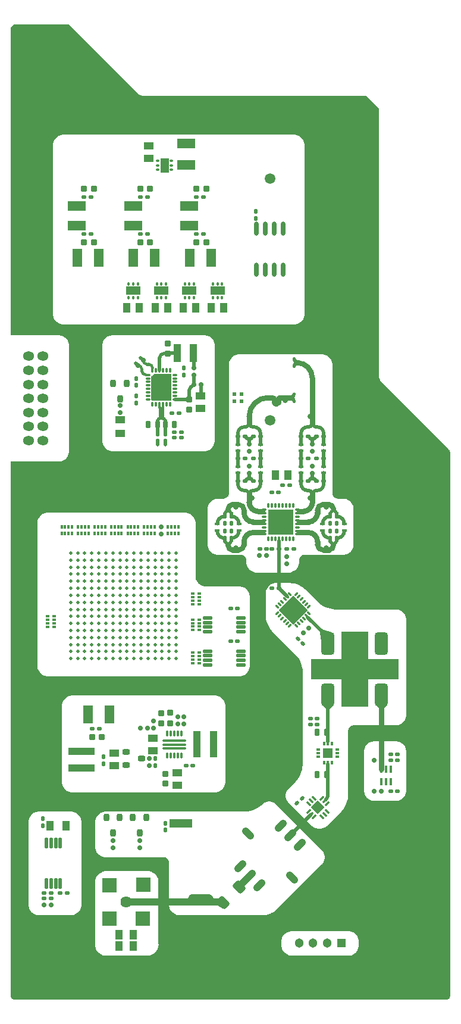
<source format=gts>
G04*
G04 #@! TF.GenerationSoftware,Altium Limited,Altium Designer,21.7.2 (23)*
G04*
G04 Layer_Color=8388736*
%FSLAX43Y43*%
%MOMM*%
G71*
G04*
G04 #@! TF.SameCoordinates,8EE3E7A9-439F-4166-B7BB-5AAA8F906105*
G04*
G04*
G04 #@! TF.FilePolarity,Negative*
G04*
G01*
G75*
%ADD17C,0.300*%
G04:AMPARAMS|DCode=57|XSize=1mm|YSize=0.376mm|CornerRadius=0.094mm|HoleSize=0mm|Usage=FLASHONLY|Rotation=90.000|XOffset=0mm|YOffset=0mm|HoleType=Round|Shape=RoundedRectangle|*
%AMROUNDEDRECTD57*
21,1,1.000,0.188,0,0,90.0*
21,1,0.812,0.376,0,0,90.0*
1,1,0.188,0.094,0.406*
1,1,0.188,0.094,-0.406*
1,1,0.188,-0.094,-0.406*
1,1,0.188,-0.094,0.406*
%
%ADD57ROUNDEDRECTD57*%
%ADD74C,0.800*%
%ADD75C,0.550*%
%ADD76C,0.500*%
%ADD77C,0.140*%
%ADD78C,0.400*%
%ADD79C,0.770*%
%ADD80C,1.000*%
G04:AMPARAMS|DCode=81|XSize=0.52mm|YSize=0.62mm|CornerRadius=0.135mm|HoleSize=0mm|Usage=FLASHONLY|Rotation=0.000|XOffset=0mm|YOffset=0mm|HoleType=Round|Shape=RoundedRectangle|*
%AMROUNDEDRECTD81*
21,1,0.520,0.350,0,0,0.0*
21,1,0.250,0.620,0,0,0.0*
1,1,0.270,0.125,-0.175*
1,1,0.270,-0.125,-0.175*
1,1,0.270,-0.125,0.175*
1,1,0.270,0.125,0.175*
%
%ADD81ROUNDEDRECTD81*%
G04:AMPARAMS|DCode=82|XSize=0.38mm|YSize=0.68mm|CornerRadius=0.1mm|HoleSize=0mm|Usage=FLASHONLY|Rotation=90.000|XOffset=0mm|YOffset=0mm|HoleType=Round|Shape=RoundedRectangle|*
%AMROUNDEDRECTD82*
21,1,0.380,0.480,0,0,90.0*
21,1,0.180,0.680,0,0,90.0*
1,1,0.200,0.240,0.090*
1,1,0.200,0.240,-0.090*
1,1,0.200,-0.240,-0.090*
1,1,0.200,-0.240,0.090*
%
%ADD82ROUNDEDRECTD82*%
G04:AMPARAMS|DCode=83|XSize=0.52mm|YSize=0.62mm|CornerRadius=0.135mm|HoleSize=0mm|Usage=FLASHONLY|Rotation=90.000|XOffset=0mm|YOffset=0mm|HoleType=Round|Shape=RoundedRectangle|*
%AMROUNDEDRECTD83*
21,1,0.520,0.350,0,0,90.0*
21,1,0.250,0.620,0,0,90.0*
1,1,0.270,0.175,0.125*
1,1,0.270,0.175,-0.125*
1,1,0.270,-0.175,-0.125*
1,1,0.270,-0.175,0.125*
%
%ADD83ROUNDEDRECTD83*%
%ADD84C,1.620*%
%ADD85R,2.020X2.020*%
%ADD86R,1.070X1.320*%
G04:AMPARAMS|DCode=87|XSize=0.63mm|YSize=0.62mm|CornerRadius=0.16mm|HoleSize=0mm|Usage=FLASHONLY|Rotation=180.000|XOffset=0mm|YOffset=0mm|HoleType=Round|Shape=RoundedRectangle|*
%AMROUNDEDRECTD87*
21,1,0.630,0.300,0,0,180.0*
21,1,0.310,0.620,0,0,180.0*
1,1,0.320,-0.155,0.150*
1,1,0.320,0.155,0.150*
1,1,0.320,0.155,-0.150*
1,1,0.320,-0.155,-0.150*
%
%ADD87ROUNDEDRECTD87*%
G04:AMPARAMS|DCode=88|XSize=0.82mm|YSize=1.02mm|CornerRadius=0.21mm|HoleSize=0mm|Usage=FLASHONLY|Rotation=0.000|XOffset=0mm|YOffset=0mm|HoleType=Round|Shape=RoundedRectangle|*
%AMROUNDEDRECTD88*
21,1,0.820,0.600,0,0,0.0*
21,1,0.400,1.020,0,0,0.0*
1,1,0.420,0.200,-0.300*
1,1,0.420,-0.200,-0.300*
1,1,0.420,-0.200,0.300*
1,1,0.420,0.200,0.300*
%
%ADD88ROUNDEDRECTD88*%
%ADD89R,0.620X0.520*%
%ADD90O,1.420X0.520*%
%ADD91C,0.470*%
G04:AMPARAMS|DCode=92|XSize=0.395mm|YSize=0.57mm|CornerRadius=0.104mm|HoleSize=0mm|Usage=FLASHONLY|Rotation=270.000|XOffset=0mm|YOffset=0mm|HoleType=Round|Shape=RoundedRectangle|*
%AMROUNDEDRECTD92*
21,1,0.395,0.363,0,0,270.0*
21,1,0.188,0.570,0,0,270.0*
1,1,0.207,-0.181,-0.094*
1,1,0.207,-0.181,0.094*
1,1,0.207,0.181,0.094*
1,1,0.207,0.181,-0.094*
%
%ADD92ROUNDEDRECTD92*%
G04:AMPARAMS|DCode=93|XSize=0.395mm|YSize=0.57mm|CornerRadius=0.104mm|HoleSize=0mm|Usage=FLASHONLY|Rotation=0.000|XOffset=0mm|YOffset=0mm|HoleType=Round|Shape=RoundedRectangle|*
%AMROUNDEDRECTD93*
21,1,0.395,0.363,0,0,0.0*
21,1,0.188,0.570,0,0,0.0*
1,1,0.207,0.094,-0.181*
1,1,0.207,-0.094,-0.181*
1,1,0.207,-0.094,0.181*
1,1,0.207,0.094,0.181*
%
%ADD93ROUNDEDRECTD93*%
G04:AMPARAMS|DCode=94|XSize=0.66mm|YSize=1.04mm|CornerRadius=0.17mm|HoleSize=0mm|Usage=FLASHONLY|Rotation=180.000|XOffset=0mm|YOffset=0mm|HoleType=Round|Shape=RoundedRectangle|*
%AMROUNDEDRECTD94*
21,1,0.660,0.700,0,0,180.0*
21,1,0.320,1.040,0,0,180.0*
1,1,0.340,-0.160,0.350*
1,1,0.340,0.160,0.350*
1,1,0.340,0.160,-0.350*
1,1,0.340,-0.160,-0.350*
%
%ADD94ROUNDEDRECTD94*%
%ADD95R,3.678X3.246*%
G04:AMPARAMS|DCode=96|XSize=1.9mm|YSize=3.246mm|CornerRadius=0.48mm|HoleSize=0mm|Usage=FLASHONLY|Rotation=180.000|XOffset=0mm|YOffset=0mm|HoleType=Round|Shape=RoundedRectangle|*
%AMROUNDEDRECTD96*
21,1,1.900,2.286,0,0,180.0*
21,1,0.940,3.246,0,0,180.0*
1,1,0.960,-0.470,1.143*
1,1,0.960,0.470,1.143*
1,1,0.960,0.470,-1.143*
1,1,0.960,-0.470,-1.143*
%
%ADD96ROUNDEDRECTD96*%
%ADD97R,1.420X1.120*%
%ADD98R,1.000X3.720*%
G04:AMPARAMS|DCode=99|XSize=0.92mm|YSize=0.82mm|CornerRadius=0.21mm|HoleSize=0mm|Usage=FLASHONLY|Rotation=0.000|XOffset=0mm|YOffset=0mm|HoleType=Round|Shape=RoundedRectangle|*
%AMROUNDEDRECTD99*
21,1,0.920,0.400,0,0,0.0*
21,1,0.500,0.820,0,0,0.0*
1,1,0.420,0.250,-0.200*
1,1,0.420,-0.250,-0.200*
1,1,0.420,-0.250,0.200*
1,1,0.420,0.250,0.200*
%
%ADD99ROUNDEDRECTD99*%
%ADD100R,1.420X2.620*%
%ADD101R,3.720X1.000*%
G04:AMPARAMS|DCode=102|XSize=0.63mm|YSize=0.62mm|CornerRadius=0.16mm|HoleSize=0mm|Usage=FLASHONLY|Rotation=270.000|XOffset=0mm|YOffset=0mm|HoleType=Round|Shape=RoundedRectangle|*
%AMROUNDEDRECTD102*
21,1,0.630,0.300,0,0,270.0*
21,1,0.310,0.620,0,0,270.0*
1,1,0.320,-0.150,-0.155*
1,1,0.320,-0.150,0.155*
1,1,0.320,0.150,0.155*
1,1,0.320,0.150,-0.155*
%
%ADD102ROUNDEDRECTD102*%
G04:AMPARAMS|DCode=103|XSize=0.27mm|YSize=0.82mm|CornerRadius=0.072mm|HoleSize=0mm|Usage=FLASHONLY|Rotation=0.000|XOffset=0mm|YOffset=0mm|HoleType=Round|Shape=RoundedRectangle|*
%AMROUNDEDRECTD103*
21,1,0.270,0.675,0,0,0.0*
21,1,0.125,0.820,0,0,0.0*
1,1,0.145,0.063,-0.338*
1,1,0.145,-0.063,-0.338*
1,1,0.145,-0.063,0.338*
1,1,0.145,0.063,0.338*
%
%ADD103ROUNDEDRECTD103*%
G04:AMPARAMS|DCode=104|XSize=0.27mm|YSize=3.42mm|CornerRadius=0.072mm|HoleSize=0mm|Usage=FLASHONLY|Rotation=90.000|XOffset=0mm|YOffset=0mm|HoleType=Round|Shape=RoundedRectangle|*
%AMROUNDEDRECTD104*
21,1,0.270,3.275,0,0,90.0*
21,1,0.125,3.420,0,0,90.0*
1,1,0.145,1.638,0.063*
1,1,0.145,1.638,-0.063*
1,1,0.145,-1.638,-0.063*
1,1,0.145,-1.638,0.063*
%
%ADD104ROUNDEDRECTD104*%
G04:AMPARAMS|DCode=105|XSize=0.92mm|YSize=0.82mm|CornerRadius=0.21mm|HoleSize=0mm|Usage=FLASHONLY|Rotation=270.000|XOffset=0mm|YOffset=0mm|HoleType=Round|Shape=RoundedRectangle|*
%AMROUNDEDRECTD105*
21,1,0.920,0.400,0,0,270.0*
21,1,0.500,0.820,0,0,270.0*
1,1,0.420,-0.200,-0.250*
1,1,0.420,-0.200,0.250*
1,1,0.420,0.200,0.250*
1,1,0.420,0.200,-0.250*
%
%ADD105ROUNDEDRECTD105*%
G04:AMPARAMS|DCode=106|XSize=0.82mm|YSize=1.02mm|CornerRadius=0.21mm|HoleSize=0mm|Usage=FLASHONLY|Rotation=90.000|XOffset=0mm|YOffset=0mm|HoleType=Round|Shape=RoundedRectangle|*
%AMROUNDEDRECTD106*
21,1,0.820,0.600,0,0,90.0*
21,1,0.400,1.020,0,0,90.0*
1,1,0.420,0.300,0.200*
1,1,0.420,0.300,-0.200*
1,1,0.420,-0.300,-0.200*
1,1,0.420,-0.300,0.200*
%
%ADD106ROUNDEDRECTD106*%
%ADD107O,0.270X0.770*%
%ADD108O,0.770X0.270*%
G04:AMPARAMS|DCode=109|XSize=0.47mm|YSize=0.32mm|CornerRadius=0.048mm|HoleSize=0mm|Usage=FLASHONLY|Rotation=0.000|XOffset=0mm|YOffset=0mm|HoleType=Round|Shape=RoundedRectangle|*
%AMROUNDEDRECTD109*
21,1,0.470,0.225,0,0,0.0*
21,1,0.375,0.320,0,0,0.0*
1,1,0.095,0.188,-0.113*
1,1,0.095,-0.188,-0.113*
1,1,0.095,-0.188,0.113*
1,1,0.095,0.188,0.113*
%
%ADD109ROUNDEDRECTD109*%
%ADD110R,2.620X1.420*%
%ADD111O,0.270X0.720*%
%ADD112O,0.720X0.270*%
G04:AMPARAMS|DCode=113|XSize=0.27mm|YSize=0.57mm|CornerRadius=0.072mm|HoleSize=0mm|Usage=FLASHONLY|Rotation=180.000|XOffset=0mm|YOffset=0mm|HoleType=Round|Shape=RoundedRectangle|*
%AMROUNDEDRECTD113*
21,1,0.270,0.425,0,0,180.0*
21,1,0.125,0.570,0,0,180.0*
1,1,0.145,-0.063,0.213*
1,1,0.145,0.063,0.213*
1,1,0.145,0.063,-0.213*
1,1,0.145,-0.063,-0.213*
%
%ADD113ROUNDEDRECTD113*%
G04:AMPARAMS|DCode=114|XSize=0.27mm|YSize=0.57mm|CornerRadius=0.072mm|HoleSize=0mm|Usage=FLASHONLY|Rotation=90.000|XOffset=0mm|YOffset=0mm|HoleType=Round|Shape=RoundedRectangle|*
%AMROUNDEDRECTD114*
21,1,0.270,0.425,0,0,90.0*
21,1,0.125,0.570,0,0,90.0*
1,1,0.145,0.213,0.063*
1,1,0.145,0.213,-0.063*
1,1,0.145,-0.213,-0.063*
1,1,0.145,-0.213,0.063*
%
%ADD114ROUNDEDRECTD114*%
G04:AMPARAMS|DCode=115|XSize=1.04mm|YSize=2.02mm|CornerRadius=0mm|HoleSize=0mm|Usage=FLASHONLY|Rotation=315.000|XOffset=0mm|YOffset=0mm|HoleType=Round|Shape=Round|*
%AMOVALD115*
21,1,0.980,1.040,0.000,0.000,45.0*
1,1,1.040,-0.346,-0.346*
1,1,1.040,0.346,0.346*
%
%ADD115OVALD115*%

G04:AMPARAMS|DCode=116|XSize=1.04mm|YSize=2.02mm|CornerRadius=0mm|HoleSize=0mm|Usage=FLASHONLY|Rotation=45.000|XOffset=0mm|YOffset=0mm|HoleType=Round|Shape=Round|*
%AMOVALD116*
21,1,0.980,1.040,0.000,0.000,135.0*
1,1,1.040,0.346,-0.346*
1,1,1.040,-0.346,0.346*
%
%ADD116OVALD116*%

%ADD117R,1.320X1.070*%
%ADD118O,0.620X2.020*%
G04:AMPARAMS|DCode=119|XSize=0.47mm|YSize=0.32mm|CornerRadius=0.048mm|HoleSize=0mm|Usage=FLASHONLY|Rotation=90.000|XOffset=0mm|YOffset=0mm|HoleType=Round|Shape=RoundedRectangle|*
%AMROUNDEDRECTD119*
21,1,0.470,0.225,0,0,90.0*
21,1,0.375,0.320,0,0,90.0*
1,1,0.095,0.113,0.188*
1,1,0.095,0.113,-0.188*
1,1,0.095,-0.113,-0.188*
1,1,0.095,-0.113,0.188*
%
%ADD119ROUNDEDRECTD119*%
G04:AMPARAMS|DCode=120|XSize=0.63mm|YSize=0.62mm|CornerRadius=0.16mm|HoleSize=0mm|Usage=FLASHONLY|Rotation=315.000|XOffset=0mm|YOffset=0mm|HoleType=Round|Shape=RoundedRectangle|*
%AMROUNDEDRECTD120*
21,1,0.630,0.300,0,0,315.0*
21,1,0.310,0.620,0,0,315.0*
1,1,0.320,0.003,-0.216*
1,1,0.320,-0.216,0.003*
1,1,0.320,-0.003,0.216*
1,1,0.320,0.216,-0.003*
%
%ADD120ROUNDEDRECTD120*%
%ADD121R,1.040X2.560*%
%ADD122R,1.120X1.420*%
G04:AMPARAMS|DCode=123|XSize=0.32mm|YSize=0.72mm|CornerRadius=0mm|HoleSize=0mm|Usage=FLASHONLY|Rotation=225.000|XOffset=0mm|YOffset=0mm|HoleType=Round|Shape=Round|*
%AMOVALD123*
21,1,0.400,0.320,0.000,0.000,315.0*
1,1,0.320,-0.141,0.141*
1,1,0.320,0.141,-0.141*
%
%ADD123OVALD123*%

G04:AMPARAMS|DCode=124|XSize=0.32mm|YSize=0.72mm|CornerRadius=0mm|HoleSize=0mm|Usage=FLASHONLY|Rotation=135.000|XOffset=0mm|YOffset=0mm|HoleType=Round|Shape=Round|*
%AMOVALD124*
21,1,0.400,0.320,0.000,0.000,225.0*
1,1,0.320,0.141,0.141*
1,1,0.320,-0.141,-0.141*
%
%ADD124OVALD124*%

G04:AMPARAMS|DCode=125|XSize=0.52mm|YSize=0.62mm|CornerRadius=0.135mm|HoleSize=0mm|Usage=FLASHONLY|Rotation=135.000|XOffset=0mm|YOffset=0mm|HoleType=Round|Shape=RoundedRectangle|*
%AMROUNDEDRECTD125*
21,1,0.520,0.350,0,0,135.0*
21,1,0.250,0.620,0,0,135.0*
1,1,0.270,0.035,0.212*
1,1,0.270,0.212,0.035*
1,1,0.270,-0.035,-0.212*
1,1,0.270,-0.212,-0.035*
%
%ADD125ROUNDEDRECTD125*%
G04:AMPARAMS|DCode=126|XSize=0.52mm|YSize=0.62mm|CornerRadius=0.135mm|HoleSize=0mm|Usage=FLASHONLY|Rotation=225.000|XOffset=0mm|YOffset=0mm|HoleType=Round|Shape=RoundedRectangle|*
%AMROUNDEDRECTD126*
21,1,0.520,0.350,0,0,225.0*
21,1,0.250,0.620,0,0,225.0*
1,1,0.270,-0.212,0.035*
1,1,0.270,-0.035,0.212*
1,1,0.270,0.212,-0.035*
1,1,0.270,0.035,-0.212*
%
%ADD126ROUNDEDRECTD126*%
G04:AMPARAMS|DCode=127|XSize=0.77mm|YSize=0.3mm|CornerRadius=0.08mm|HoleSize=0mm|Usage=FLASHONLY|Rotation=135.000|XOffset=0mm|YOffset=0mm|HoleType=Round|Shape=RoundedRectangle|*
%AMROUNDEDRECTD127*
21,1,0.770,0.140,0,0,135.0*
21,1,0.610,0.300,0,0,135.0*
1,1,0.160,-0.166,0.265*
1,1,0.160,0.265,-0.166*
1,1,0.160,0.166,-0.265*
1,1,0.160,-0.265,0.166*
%
%ADD127ROUNDEDRECTD127*%
G04:AMPARAMS|DCode=128|XSize=0.77mm|YSize=0.3mm|CornerRadius=0.08mm|HoleSize=0mm|Usage=FLASHONLY|Rotation=45.000|XOffset=0mm|YOffset=0mm|HoleType=Round|Shape=RoundedRectangle|*
%AMROUNDEDRECTD128*
21,1,0.770,0.140,0,0,45.0*
21,1,0.610,0.300,0,0,45.0*
1,1,0.160,0.265,0.166*
1,1,0.160,-0.166,-0.265*
1,1,0.160,-0.265,-0.166*
1,1,0.160,0.166,0.265*
%
%ADD128ROUNDEDRECTD128*%
G04:AMPARAMS|DCode=129|XSize=1.27mm|YSize=1.72mm|CornerRadius=0.323mm|HoleSize=0mm|Usage=FLASHONLY|Rotation=45.000|XOffset=0mm|YOffset=0mm|HoleType=Round|Shape=RoundedRectangle|*
%AMROUNDEDRECTD129*
21,1,1.270,1.075,0,0,45.0*
21,1,0.625,1.720,0,0,45.0*
1,1,0.645,0.601,-0.159*
1,1,0.645,0.159,-0.601*
1,1,0.645,-0.601,0.159*
1,1,0.645,-0.159,0.601*
%
%ADD129ROUNDEDRECTD129*%
G04:AMPARAMS|DCode=130|XSize=0.47mm|YSize=1.52mm|CornerRadius=0.123mm|HoleSize=0mm|Usage=FLASHONLY|Rotation=0.000|XOffset=0mm|YOffset=0mm|HoleType=Round|Shape=RoundedRectangle|*
%AMROUNDEDRECTD130*
21,1,0.470,1.275,0,0,0.0*
21,1,0.225,1.520,0,0,0.0*
1,1,0.245,0.113,-0.638*
1,1,0.245,-0.113,-0.638*
1,1,0.245,-0.113,0.638*
1,1,0.245,0.113,0.638*
%
%ADD130ROUNDEDRECTD130*%
%ADD131R,3.320X1.290*%
G04:AMPARAMS|DCode=132|XSize=3.32mm|YSize=1.29mm|CornerRadius=0.328mm|HoleSize=0mm|Usage=FLASHONLY|Rotation=0.000|XOffset=0mm|YOffset=0mm|HoleType=Round|Shape=RoundedRectangle|*
%AMROUNDEDRECTD132*
21,1,3.320,0.635,0,0,0.0*
21,1,2.665,1.290,0,0,0.0*
1,1,0.655,1.333,-0.318*
1,1,0.655,-1.333,-0.318*
1,1,0.655,-1.333,0.318*
1,1,0.655,1.333,0.318*
%
%ADD132ROUNDEDRECTD132*%
%ADD133C,4.220*%
%ADD134O,1.620X1.320*%
%ADD135R,3.653X3.653*%
%ADD136R,1.203X2.003*%
%ADD137C,1.302*%
%ADD138R,1.302X1.302*%
%ADD139O,0.703X1.703*%
%ADD140R,1.453X1.453*%
%ADD141C,6.020*%
%ADD142C,1.520*%
%ADD143R,2.003X1.203*%
%ADD144P,4.106X4X180.0*%
%ADD145P,1.914X4X180.0*%
G36*
X58650Y189184D02*
X58724Y189153D01*
X58820Y189079D01*
X58821Y189079D01*
X58821Y189079D01*
X58821Y189079D01*
X68488Y179412D01*
X68578Y179331D01*
X68779Y179196D01*
X69003Y179103D01*
X69241Y179056D01*
X69362Y179050D01*
X100859Y179050D01*
X100916Y179050D01*
X101029Y179028D01*
X101135Y178984D01*
X101174Y178957D01*
X101271Y178879D01*
X101271Y178879D01*
X101355Y178795D01*
X102644Y177506D01*
X102695Y177455D01*
X102774Y177337D01*
X102828Y177205D01*
X102847Y177111D01*
X102856Y176994D01*
Y176993D01*
X102856Y176993D01*
X102856Y176993D01*
Y139384D01*
X102858Y139234D01*
X102905Y138939D01*
X103008Y138658D01*
X103165Y138403D01*
X103261Y138289D01*
Y138289D01*
X103261Y138289D01*
X112879Y128671D01*
X112908Y128642D01*
X112953Y128575D01*
X112984Y128500D01*
X112985Y128496D01*
X113000Y128379D01*
Y128379D01*
X113000D01*
X113000Y128379D01*
X113000Y51100D01*
X113000Y50981D01*
X112909Y50760D01*
X112740Y50591D01*
X112519Y50500D01*
X112400Y50500D01*
X50941D01*
X50738Y50584D01*
X50584Y50738D01*
X50500Y50941D01*
Y51050D01*
Y127000D01*
X57250Y127000D01*
X57398Y127000D01*
X57688Y127057D01*
X57961Y127170D01*
X58207Y127334D01*
X58416Y127543D01*
X58580Y127789D01*
X58693Y128062D01*
X58750Y128352D01*
X58750Y128500D01*
X58750Y143500D01*
X58750Y143500D01*
X58750Y143500D01*
X58750Y143648D01*
X58693Y143938D01*
X58579Y144211D01*
X58415Y144456D01*
X58206Y144665D01*
X57961Y144829D01*
X57688Y144943D01*
X57398Y145000D01*
X57250Y145000D01*
X50500Y145000D01*
Y188600D01*
Y188719D01*
X50591Y188940D01*
X50760Y189109D01*
X50981Y189200D01*
X51100Y189200D01*
X51100Y189200D01*
X58529Y189200D01*
X58570Y189200D01*
X58650Y189184D01*
D02*
G37*
%LPC*%
G36*
X57852Y173500D02*
X57562Y173442D01*
X57289Y173329D01*
X57044Y173165D01*
X56835Y172956D01*
X56671Y172711D01*
X56558Y172438D01*
X56500Y172148D01*
X56500Y172000D01*
Y148000D01*
X56500Y147852D01*
X56558Y147562D01*
X56671Y147289D01*
X56835Y147044D01*
X57044Y146835D01*
X57289Y146671D01*
X57562Y146558D01*
X57852Y146500D01*
X58000Y146500D01*
X90898D01*
X91188Y146558D01*
X91460Y146671D01*
X91706Y146835D01*
X91915Y147044D01*
X92079Y147289D01*
X92192Y147562D01*
X92250Y147852D01*
X92250Y148000D01*
X92250Y148000D01*
X92250Y172000D01*
X92249Y172148D01*
X92191Y172437D01*
X92077Y172709D01*
X91913Y172954D01*
X91704Y173163D01*
X91459Y173327D01*
X91187Y173441D01*
X90898Y173499D01*
X90750Y173500D01*
X90750Y173500D01*
X90750Y173500D01*
X58000Y173500D01*
X57852Y173500D01*
D02*
G37*
G36*
X64852Y145000D02*
X64562Y144942D01*
X64289Y144829D01*
X64044Y144665D01*
X63835Y144456D01*
X63671Y144211D01*
X63558Y143938D01*
X63500Y143648D01*
X63500Y143500D01*
Y130000D01*
X63500Y129852D01*
X63557Y129562D01*
X63670Y129289D01*
X63834Y129043D01*
X64043Y128834D01*
X64289Y128670D01*
X64562Y128557D01*
X64852Y128500D01*
X65000Y128500D01*
X78000Y128500D01*
X78148Y128500D01*
X78438Y128558D01*
X78711Y128671D01*
X78956Y128835D01*
X79165Y129044D01*
X79329Y129289D01*
X79442Y129562D01*
X79500Y129852D01*
X79500Y130000D01*
X79500Y130000D01*
X79500Y143500D01*
X79500Y143648D01*
X79442Y143938D01*
X79329Y144211D01*
X79165Y144456D01*
X78956Y144665D01*
X78710Y144829D01*
X78438Y144942D01*
X78148Y145000D01*
X78000Y145000D01*
X78000Y145000D01*
X78000Y145000D01*
X65000Y145000D01*
X64852Y145000D01*
D02*
G37*
G36*
X82852Y142250D02*
X82562Y142193D01*
X82289Y142080D01*
X82043Y141916D01*
X81834Y141707D01*
X81670Y141461D01*
X81557Y141188D01*
X81500Y140898D01*
X81500Y140750D01*
X81500Y122500D01*
X81496Y122426D01*
X81468Y122282D01*
X81412Y122146D01*
X81330Y122024D01*
X81226Y121920D01*
X81104Y121838D01*
X80968Y121782D01*
X80872Y121763D01*
X80750Y121750D01*
X80750Y121750D01*
X80750Y121750D01*
X80000Y121750D01*
X79852Y121750D01*
X79562Y121693D01*
X79289Y121580D01*
X79043Y121416D01*
X78834Y121207D01*
X78670Y120961D01*
X78557Y120688D01*
X78500Y120398D01*
X78500Y120250D01*
X78500Y120250D01*
X78500Y120250D01*
X78500Y115250D01*
X78500Y115102D01*
X78557Y114812D01*
X78671Y114539D01*
X78835Y114294D01*
X79044Y114085D01*
X79289Y113921D01*
X79562Y113808D01*
X79852Y113750D01*
X80000Y113750D01*
X83250Y113750D01*
X83324Y113746D01*
X83468Y113718D01*
X83604Y113662D01*
X83726Y113580D01*
X83830Y113476D01*
X83912Y113354D01*
X83968Y113218D01*
X83988Y113117D01*
X84000Y113000D01*
X84000Y113000D01*
X84000D01*
X84000Y113000D01*
X84000Y112750D01*
X84000Y112602D01*
X84057Y112312D01*
X84171Y112039D01*
X84335Y111794D01*
X84544Y111585D01*
X84789Y111421D01*
X85062Y111307D01*
X85352Y111250D01*
X85500Y111250D01*
X90000D01*
X90148Y111250D01*
X90438Y111308D01*
X90711Y111421D01*
X90956Y111585D01*
X91165Y111794D01*
X91329Y112039D01*
X91442Y112312D01*
X91500Y112602D01*
X91500Y112750D01*
X91500Y112750D01*
Y113000D01*
X91504Y113074D01*
X91532Y113218D01*
X91589Y113354D01*
X91670Y113476D01*
X91774Y113580D01*
X91896Y113661D01*
X92032Y113718D01*
X92176Y113746D01*
X92250Y113750D01*
X92250Y113750D01*
X97750Y113750D01*
X97898Y113750D01*
X98188Y113808D01*
X98461Y113921D01*
X98706Y114085D01*
X98915Y114294D01*
X99079Y114539D01*
X99192Y114812D01*
X99250Y115102D01*
X99250Y115250D01*
X99250Y115250D01*
X99250Y120250D01*
X99250Y120398D01*
X99193Y120688D01*
X99080Y120961D01*
X98916Y121207D01*
X98707Y121416D01*
X98461Y121580D01*
X98188Y121693D01*
X97898Y121750D01*
X97750Y121750D01*
X97750Y121750D01*
X97750Y121750D01*
X97000Y121750D01*
X96926Y121754D01*
X96782Y121782D01*
X96646Y121838D01*
X96524Y121920D01*
X96420Y122024D01*
X96338Y122146D01*
X96282Y122282D01*
X96254Y122426D01*
X96250Y122500D01*
X96250Y140750D01*
X96250Y140898D01*
X96193Y141188D01*
X96080Y141461D01*
X95915Y141707D01*
X95707Y141915D01*
X95461Y142080D01*
X95188Y142193D01*
X94898Y142250D01*
X94750Y142250D01*
X94750Y142250D01*
X94750Y142250D01*
X83000Y142250D01*
X82852Y142250D01*
D02*
G37*
G36*
X90173Y109752D02*
X90000Y109750D01*
X90000Y109750D01*
X90000Y109750D01*
X88635D01*
X88250Y109750D01*
X88102Y109750D01*
X87812Y109692D01*
X87539Y109579D01*
X87294Y109415D01*
X87085Y109206D01*
X86921Y108961D01*
X86808Y108688D01*
X86750Y108398D01*
X86750Y108250D01*
X86750Y105250D01*
X86757Y105056D01*
X86808Y104672D01*
X86896Y104294D01*
X87021Y103927D01*
X87182Y103574D01*
X87376Y103239D01*
X87602Y102924D01*
X87858Y102632D01*
X88000Y102500D01*
X88000Y102500D01*
X91000Y99500D01*
X91112Y99389D01*
X91319Y99150D01*
X91501Y98892D01*
X91657Y98618D01*
X91785Y98329D01*
X91884Y98029D01*
X91954Y97721D01*
X91992Y97408D01*
X92000Y97250D01*
X92000D01*
X92000Y97250D01*
X92000Y84000D01*
X91998Y83827D01*
X91969Y83483D01*
X91906Y83144D01*
X91810Y82812D01*
X91681Y82492D01*
X91522Y82185D01*
X91334Y81896D01*
X91118Y81626D01*
X91000Y81500D01*
X91000D01*
X91000Y81500D01*
X90000Y80500D01*
X89901Y80402D01*
X89746Y80170D01*
X89640Y79913D01*
X89585Y79639D01*
Y79361D01*
X89640Y79087D01*
X89746Y78830D01*
X89901Y78598D01*
X90000Y78500D01*
X90000Y78500D01*
X92360Y76140D01*
X92360Y75960D01*
X92181Y75781D01*
X91450Y75050D01*
X92181Y75781D01*
X92360Y75960D01*
X92540Y75960D01*
X93250Y75250D01*
X93361Y75139D01*
X93621Y74965D01*
X93911Y74845D01*
X94218Y74784D01*
X94532D01*
X94839Y74845D01*
X95129Y74965D01*
X95389Y75139D01*
X95500Y75250D01*
X97500Y77250D01*
X97627Y77388D01*
X97852Y77689D01*
X98047Y78010D01*
X98210Y78349D01*
X98338Y78702D01*
X98431Y79066D01*
X98488Y79437D01*
X98508Y79812D01*
X98500Y80000D01*
X98500Y80000D01*
Y88750D01*
X98504Y88824D01*
X98532Y88968D01*
X98589Y89104D01*
X98670Y89226D01*
X98774Y89330D01*
X98896Y89411D01*
X99032Y89468D01*
X99176Y89496D01*
X99250Y89500D01*
X99250Y89500D01*
X105250D01*
X105398Y89500D01*
X105688Y89558D01*
X105961Y89671D01*
X106206Y89835D01*
X106415Y90044D01*
X106579Y90289D01*
X106692Y90562D01*
X106750Y90852D01*
X106750Y91000D01*
X106750Y91000D01*
X106750Y104500D01*
X106750Y104648D01*
X106693Y104938D01*
X106580Y105211D01*
X106416Y105457D01*
X106207Y105666D01*
X105961Y105830D01*
X105688Y105943D01*
X105398Y106000D01*
X105250Y106000D01*
X105250Y106000D01*
X105250Y106000D01*
X96750Y106000D01*
X96577Y106002D01*
X96233Y106032D01*
X95894Y106095D01*
X95562Y106191D01*
X95242Y106319D01*
X94935Y106478D01*
X94646Y106667D01*
X94376Y106882D01*
X94250Y107000D01*
X94250Y107000D01*
Y107000D01*
X92500Y108750D01*
X92376Y108871D01*
X92107Y109087D01*
X91817Y109276D01*
X91510Y109435D01*
X91189Y109564D01*
X90857Y109660D01*
X90517Y109723D01*
X90173Y109752D01*
D02*
G37*
G36*
X75398Y119750D02*
X75250Y119750D01*
X55750Y119750D01*
X55750Y119750D01*
X55602D01*
X55312Y119692D01*
X55039Y119579D01*
X54794Y119415D01*
X54585Y119206D01*
X54421Y118961D01*
X54308Y118688D01*
X54250Y118398D01*
Y118250D01*
Y98000D01*
X54250Y97852D01*
X54308Y97562D01*
X54421Y97289D01*
X54585Y97044D01*
X54794Y96835D01*
X55039Y96671D01*
X55312Y96558D01*
X55602Y96500D01*
X55750Y96500D01*
X83000D01*
X83148Y96500D01*
X83438Y96558D01*
X83711Y96671D01*
X83956Y96835D01*
X84165Y97044D01*
X84329Y97289D01*
X84442Y97562D01*
X84500Y97852D01*
X84500Y98000D01*
X84500Y107750D01*
X84500Y107750D01*
X84500Y107750D01*
X84500Y107898D01*
X84442Y108188D01*
X84329Y108461D01*
X84165Y108706D01*
X83956Y108915D01*
X83711Y109079D01*
X83438Y109192D01*
X83148Y109250D01*
X83000Y109250D01*
X78750Y109250D01*
X78250D01*
X78103Y109257D01*
X77815Y109315D01*
X77543Y109427D01*
X77298Y109590D01*
X77090Y109798D01*
X76927Y110043D01*
X76815Y110315D01*
X76757Y110603D01*
X76750Y110750D01*
X76750Y118250D01*
X76750Y118250D01*
X76750Y118250D01*
X76750Y118398D01*
X76692Y118688D01*
X76579Y118961D01*
X76415Y119206D01*
X76206Y119415D01*
X75961Y119579D01*
X75688Y119692D01*
X75398Y119750D01*
D02*
G37*
G36*
X79648Y93750D02*
X79500Y93750D01*
X59250Y93750D01*
X59250Y93750D01*
X59102D01*
X58812Y93692D01*
X58539Y93579D01*
X58294Y93415D01*
X58085Y93206D01*
X57921Y92961D01*
X57808Y92688D01*
X57750Y92398D01*
Y92250D01*
Y81500D01*
Y81352D01*
X57808Y81062D01*
X57921Y80789D01*
X58085Y80544D01*
X58294Y80335D01*
X58539Y80171D01*
X58812Y80058D01*
X59102Y80000D01*
X79500D01*
X79648Y80000D01*
X79938Y80057D01*
X80211Y80170D01*
X80456Y80335D01*
X80665Y80544D01*
X80830Y80789D01*
X80943Y81062D01*
X81000Y81352D01*
X81000Y81500D01*
X81000Y92250D01*
X81000Y92250D01*
X81000Y92250D01*
X81000Y92398D01*
X80942Y92688D01*
X80829Y92961D01*
X80665Y93206D01*
X80456Y93415D01*
X80211Y93579D01*
X79938Y93692D01*
X79648Y93750D01*
D02*
G37*
G36*
X102102Y87250D02*
X101812Y87192D01*
X101539Y87079D01*
X101294Y86915D01*
X101085Y86706D01*
X100921Y86461D01*
X100808Y86188D01*
X100750Y85898D01*
X100750Y85750D01*
Y80250D01*
X100750Y80102D01*
X100808Y79812D01*
X100921Y79539D01*
X101085Y79294D01*
X101294Y79085D01*
X101539Y78921D01*
X101812Y78808D01*
X102102Y78750D01*
X102250Y78750D01*
X105250D01*
X105398Y78750D01*
X105688Y78808D01*
X105961Y78921D01*
X106206Y79085D01*
X106415Y79294D01*
X106579Y79539D01*
X106692Y79812D01*
X106750Y80102D01*
X106750Y80250D01*
X106750Y80250D01*
X106750Y85750D01*
X106750Y85898D01*
X106692Y86188D01*
X106579Y86461D01*
X106415Y86706D01*
X106206Y86915D01*
X105961Y87079D01*
X105688Y87192D01*
X105398Y87250D01*
X105250Y87250D01*
X105250Y87250D01*
X105250Y87250D01*
X102250Y87250D01*
X102102Y87250D01*
D02*
G37*
G36*
X87389Y78665D02*
X87111D01*
X86837Y78611D01*
X86580Y78504D01*
X86348Y78349D01*
X86250Y78250D01*
X86250Y78250D01*
X86124Y78132D01*
X85854Y77916D01*
X85565Y77728D01*
X85258Y77569D01*
X84938Y77441D01*
X84606Y77345D01*
X84267Y77282D01*
X83923Y77252D01*
X83750Y77250D01*
X83750Y77250D01*
X83750Y77250D01*
X64000Y77250D01*
X63852Y77250D01*
X63562Y77193D01*
X63289Y77080D01*
X63043Y76916D01*
X62834Y76707D01*
X62670Y76461D01*
X62557Y76188D01*
X62500Y75898D01*
X62500Y75750D01*
Y72250D01*
X62500Y72102D01*
X62558Y71812D01*
X62671Y71539D01*
X62835Y71294D01*
X63044Y71085D01*
X63289Y70921D01*
X63562Y70808D01*
X63852Y70750D01*
X64000Y70750D01*
X64000Y70750D01*
X72250Y70750D01*
X72324Y70746D01*
X72468Y70718D01*
X72604Y70661D01*
X72726Y70580D01*
X72830Y70476D01*
X72911Y70354D01*
X72968Y70218D01*
X72988Y70117D01*
X73000Y70000D01*
X73000Y70000D01*
X73000D01*
X73000Y70000D01*
X73000Y64000D01*
X73000Y63852D01*
X73058Y63562D01*
X73171Y63289D01*
X73335Y63044D01*
X73544Y62835D01*
X73789Y62671D01*
X74062Y62558D01*
X74352Y62500D01*
X74500Y62500D01*
X86000Y62500D01*
X86152Y62489D01*
X86456Y62497D01*
X86758Y62536D01*
X87055Y62603D01*
X87344Y62699D01*
X87622Y62823D01*
X87887Y62974D01*
X88135Y63150D01*
X88250Y63250D01*
X94750Y69750D01*
X94849Y69848D01*
X95003Y70080D01*
X95110Y70337D01*
X95164Y70611D01*
X95164Y70889D01*
X95110Y71163D01*
X95003Y71420D01*
X94849Y71652D01*
X94750Y71750D01*
X94750Y71750D01*
Y71750D01*
X91450Y75050D01*
X88250Y78250D01*
X88152Y78349D01*
X87920Y78504D01*
X87663Y78611D01*
X87389Y78665D01*
D02*
G37*
G36*
X54352Y77250D02*
X54062Y77192D01*
X53789Y77079D01*
X53544Y76915D01*
X53335Y76706D01*
X53171Y76461D01*
X53058Y76188D01*
X53000Y75898D01*
X53000Y75750D01*
Y64000D01*
X53000Y63852D01*
X53058Y63562D01*
X53171Y63289D01*
X53335Y63044D01*
X53544Y62835D01*
X53789Y62671D01*
X54062Y62558D01*
X54352Y62500D01*
X54500Y62500D01*
X59000D01*
X59148Y62500D01*
X59438Y62558D01*
X59710Y62671D01*
X59956Y62835D01*
X60165Y63044D01*
X60329Y63289D01*
X60442Y63562D01*
X60500Y63852D01*
X60500Y64000D01*
X60500Y64000D01*
X60500Y75750D01*
X60500Y75898D01*
X60442Y76188D01*
X60329Y76461D01*
X60165Y76706D01*
X59956Y76915D01*
X59711Y77079D01*
X59438Y77192D01*
X59148Y77250D01*
X59000Y77250D01*
X59000Y77250D01*
X59000Y77250D01*
X54500Y77250D01*
X54352Y77250D01*
D02*
G37*
G36*
X90352Y60250D02*
X90062Y60192D01*
X89789Y60079D01*
X89544Y59915D01*
X89335Y59706D01*
X89171Y59461D01*
X89058Y59188D01*
X89000Y58898D01*
X89000Y58750D01*
Y58250D01*
X89000Y58102D01*
X89058Y57812D01*
X89171Y57539D01*
X89335Y57294D01*
X89544Y57085D01*
X89789Y56921D01*
X90062Y56808D01*
X90352Y56750D01*
X90500Y56750D01*
X98648D01*
X98938Y56808D01*
X99211Y56921D01*
X99456Y57085D01*
X99665Y57294D01*
X99829Y57539D01*
X99942Y57812D01*
X100000Y58102D01*
Y58250D01*
X100000Y58250D01*
X100000Y58750D01*
X100000Y58898D01*
X99942Y59188D01*
X99829Y59461D01*
X99665Y59706D01*
X99456Y59915D01*
X99211Y60079D01*
X98938Y60192D01*
X98648Y60250D01*
X98500Y60250D01*
X98500Y60250D01*
X98500Y60250D01*
X90500Y60250D01*
X90352Y60250D01*
D02*
G37*
G36*
X63852Y68750D02*
X63562Y68692D01*
X63289Y68579D01*
X63044Y68415D01*
X62835Y68206D01*
X62671Y67961D01*
X62558Y67688D01*
X62500Y67398D01*
X62500Y67250D01*
Y58250D01*
X62500Y58102D01*
X62558Y57812D01*
X62671Y57539D01*
X62835Y57294D01*
X63044Y57085D01*
X63289Y56921D01*
X63562Y56808D01*
X63852Y56750D01*
X64000Y56750D01*
X70000Y56750D01*
X70160Y56762D01*
X70469Y56849D01*
X70755Y56994D01*
X71008Y57192D01*
X71217Y57436D01*
X71374Y57716D01*
X71474Y58021D01*
X71512Y58340D01*
X71500Y58500D01*
X71500Y58500D01*
X71500Y67250D01*
X71500Y67398D01*
X71442Y67688D01*
X71329Y67961D01*
X71165Y68206D01*
X70956Y68415D01*
X70711Y68579D01*
X70438Y68692D01*
X70148Y68750D01*
X70000Y68750D01*
X70000Y68750D01*
X70000Y68750D01*
X64000Y68750D01*
X63852Y68750D01*
D02*
G37*
%LPD*%
G36*
X73238Y139526D02*
X73251Y139523D01*
X73264Y139519D01*
X73276Y139513D01*
X73287Y139506D01*
X73297Y139497D01*
X73306Y139487D01*
X73313Y139476D01*
X73319Y139464D01*
X73323Y139451D01*
X73326Y139438D01*
X73327Y139425D01*
Y135775D01*
X73326Y135762D01*
X73323Y135749D01*
X73319Y135736D01*
X73313Y135724D01*
X73306Y135713D01*
X73297Y135703D01*
X73287Y135694D01*
X73276Y135687D01*
X73264Y135681D01*
X73251Y135677D01*
X73238Y135674D01*
X73225Y135673D01*
X70575D01*
X70562Y135674D01*
X70549Y135677D01*
X70536Y135681D01*
X70524Y135687D01*
X70513Y135694D01*
X70503Y135703D01*
X70494Y135713D01*
X70487Y135724D01*
X70481Y135736D01*
X70477Y135749D01*
X70474Y135762D01*
X70473Y135775D01*
Y139069D01*
X70474Y139082D01*
X70477Y139095D01*
X70481Y139108D01*
X70487Y139120D01*
X70494Y139131D01*
X70503Y139141D01*
X70859Y139497D01*
X70869Y139506D01*
X70880Y139513D01*
X70892Y139519D01*
X70905Y139523D01*
X70918Y139526D01*
X70931Y139527D01*
X73225D01*
X73238Y139526D01*
D02*
G37*
G36*
X96155Y102755D02*
X94685Y101480D01*
X94390Y103225D01*
X96155Y102755D01*
D02*
G37*
G36*
X101355Y98922D02*
X105623D01*
Y96078D01*
X101355D01*
Y92141D01*
X97495D01*
Y96078D01*
X93253D01*
Y98897D01*
X93227Y98922D01*
X97495D01*
Y102859D01*
X101355D01*
Y98922D01*
D02*
G37*
G36*
X103849Y92211D02*
X103658Y92021D01*
X103485Y91815D01*
X103330Y91595D01*
X103260Y91480D01*
X103180Y91593D01*
X103010Y91811D01*
X102824Y92017D01*
X102625Y92209D01*
X102520Y92300D01*
X102520Y92300D01*
X103950Y92300D01*
X103849Y92211D01*
D02*
G37*
G36*
X96229D02*
X96038Y92021D01*
X95865Y91815D01*
X95710Y91595D01*
X95640Y91480D01*
X95560Y91593D01*
X95390Y91811D01*
X95204Y92017D01*
X95005Y92209D01*
X94900Y92300D01*
X94900Y92300D01*
X96330Y92300D01*
X96229Y92211D01*
D02*
G37*
G36*
X83070Y67360D02*
X83760Y66670D01*
X83815Y66525D01*
X82930Y67410D01*
X83070Y67360D01*
D02*
G37*
G36*
X79300Y64880D02*
X75680D01*
X75850Y65230D01*
X79130D01*
X79300Y64880D01*
D02*
G37*
G36*
X80610Y63430D02*
X79940Y63900D01*
X79970Y64900D01*
X80350Y65150D01*
X80610Y63430D01*
D02*
G37*
G36*
X67590Y64900D02*
Y63900D01*
X67420Y63780D01*
Y65020D01*
X67590Y64900D01*
D02*
G37*
D17*
X103230Y84560D02*
G03*
X103220Y84550I0J-10D01*
G01*
X72100Y134650D02*
G03*
X72015Y134565I0J-85D01*
G01*
X72100Y134650D02*
G03*
X72150Y134700I0J50D01*
G01*
X71785Y134565D02*
G03*
X71700Y134650I-85J0D01*
G01*
X71650Y134700D02*
G03*
X71700Y134650I50J0D01*
G01*
X103225Y83250D02*
Y84542D01*
X72150Y134700D02*
Y135200D01*
X71650Y134700D02*
Y135200D01*
X72300Y142400D02*
X72788D01*
D57*
X103225Y81450D02*
D03*
X103875D02*
D03*
X104525D02*
D03*
Y83250D02*
D03*
X103875D02*
D03*
X103225D02*
D03*
D74*
X88260Y135180D02*
G03*
X88530Y135450I0J270D01*
G01*
X87990Y135450D02*
G03*
X88260Y135180I270J0D01*
G01*
X83680Y119705D02*
G03*
X84960Y118425I1280J0D01*
G01*
X83680Y120125D02*
G03*
X82890Y120915I-790J0D01*
G01*
X82065D02*
G03*
X81400Y120250I0J-665D01*
G01*
Y115100D02*
G03*
X82065Y114435I665J0D01*
G01*
X82890D02*
G03*
X83680Y115225I0J790D01*
G01*
X84960Y116925D02*
G03*
X83680Y115645I0J-1280D01*
G01*
X93400Y138867D02*
G03*
X91167Y141100I-2233J0D01*
G01*
X88800Y136100D02*
G03*
X88530Y135830I0J-270D01*
G01*
X87990D02*
G03*
X87720Y136100I-270J0D01*
G01*
X87062D02*
G03*
X84400Y133438I0J-2662D01*
G01*
X96400Y120250D02*
G03*
X95735Y120915I-665J0D01*
G01*
X94910D02*
G03*
X94120Y120125I0J-790D01*
G01*
X92840Y118425D02*
G03*
X94120Y119705I0J1280D01*
G01*
X95735Y114435D02*
G03*
X96400Y115100I0J665D01*
G01*
X94120Y115225D02*
G03*
X94910Y114435I790J0D01*
G01*
X94120Y115645D02*
G03*
X92840Y116925I-1280J0D01*
G01*
X92113Y119925D02*
G03*
X93400Y121212I0J1287D01*
G01*
X84400D02*
G03*
X85687Y119925I1287J0D01*
G01*
X89490Y135800D02*
Y136075D01*
X88800Y136100D02*
X90350D01*
X87990Y135450D02*
Y135880D01*
X84960Y118425D02*
X85900D01*
X82065Y120915D02*
X82842D01*
X82500Y120625D02*
Y120875D01*
X81400Y115100D02*
Y115200D01*
X82500Y114475D02*
Y114725D01*
X82065Y114435D02*
X82842D01*
X83680Y115225D02*
Y115645D01*
X84960Y116925D02*
X85900D01*
X81400Y120150D02*
Y120250D01*
X88530Y135450D02*
Y135880D01*
X93065Y133460D02*
X93315D01*
X93400Y132375D02*
Y138867D01*
X87062Y136100D02*
X87720D01*
X84400Y132863D02*
Y133438D01*
Y132363D02*
Y132863D01*
X94958Y120915D02*
X95735D01*
X91900Y118425D02*
X92840D01*
X94120Y119705D02*
Y120125D01*
X95300Y120625D02*
Y120875D01*
X94958Y114435D02*
X95735D01*
X91900Y116925D02*
X92840D01*
X94120Y115225D02*
Y115645D01*
X95300Y114475D02*
Y114725D01*
X83680Y119705D02*
Y120125D01*
X93075Y121875D02*
X93325D01*
X93400Y121212D02*
Y122487D01*
X84400Y121212D02*
Y122487D01*
X84475Y121875D02*
X84725D01*
X103220Y94000D02*
X103225Y83250D01*
D75*
X90800Y141600D02*
G03*
X91170Y141230I370J0D01*
G01*
X91170Y140970D02*
G03*
X90800Y140600I0J-370D01*
G01*
Y135600D02*
G03*
X90430Y135970I-370J0D01*
G01*
X90430Y136230D02*
G03*
X90800Y136600I0J370D01*
G01*
X93530Y132295D02*
G03*
X93900Y131925I370J0D01*
G01*
X92900D02*
G03*
X93270Y132295I0J370D01*
G01*
X84530Y132295D02*
G03*
X84900Y131925I370J0D01*
G01*
X83900D02*
G03*
X84270Y132295I0J370D01*
G01*
X81690Y115475D02*
G03*
X81900Y115685I0J210D01*
G01*
X80900D02*
G03*
X81110Y115475I210J0D01*
G01*
X81700D02*
G03*
X81530Y115305I0J-170D01*
G01*
X81270D02*
G03*
X81100Y115475I-170J0D01*
G01*
X96110Y119875D02*
G03*
X95900Y119665I0J-210D01*
G01*
X96900D02*
G03*
X96690Y119875I-210J0D01*
G01*
X96100D02*
G03*
X96270Y120045I0J170D01*
G01*
X96530D02*
G03*
X96700Y119875I170J0D01*
G01*
X81100D02*
G03*
X81270Y120045I0J170D01*
G01*
X81530D02*
G03*
X81700Y119875I170J0D01*
G01*
X93900Y122925D02*
G03*
X93530Y122555I0J-370D01*
G01*
X93270Y122555D02*
G03*
X92900Y122925I-370J-0D01*
G01*
X84900D02*
G03*
X84530Y122555I0J-370D01*
G01*
X84270Y122555D02*
G03*
X83900Y122925I-370J0D01*
G01*
X85150D02*
G03*
X86000Y123775I0J850D01*
G01*
X72450Y132900D02*
G03*
X72250Y133100I-200J0D01*
G01*
X72015Y133335D02*
G03*
X72250Y133100I235J0D01*
G01*
X71550D02*
G03*
X71785Y133335I0J235D01*
G01*
X71550Y133100D02*
G03*
X71350Y132900I0J-200D01*
G01*
X72300Y142400D02*
G03*
X71650Y141750I0J-650D01*
G01*
X76100Y137600D02*
G03*
X75850Y136996I604J-604D01*
G01*
X82800Y123775D02*
G03*
X83650Y122925I850J0D01*
G01*
X94150D02*
G03*
X95000Y123775I0J850D01*
G01*
X91800D02*
G03*
X92650Y122925I850J0D01*
G01*
X95000Y131075D02*
G03*
X94150Y131925I-850J0D01*
G01*
X92650D02*
G03*
X91800Y131075I0J-850D01*
G01*
X86000D02*
G03*
X85150Y131925I-850J0D01*
G01*
X83650D02*
G03*
X82800Y131075I0J-850D01*
G01*
X81110Y119875D02*
G03*
X80900Y119665I0J-210D01*
G01*
X81900D02*
G03*
X81690Y119875I-210J0D01*
G01*
X95303Y78922D02*
G03*
X95625Y79700I-778J778D01*
G01*
X88650Y108975D02*
Y115750D01*
Y108975D02*
X89817Y107808D01*
X80900Y115685D02*
Y116125D01*
X81900Y115685D02*
Y116125D01*
X96900Y119225D02*
Y119665D01*
X95900Y119225D02*
Y119665D01*
X96400Y120150D02*
Y120250D01*
Y115100D02*
Y115200D01*
X81900Y119225D02*
Y119665D01*
X85687Y119925D02*
X86025D01*
X84900Y122925D02*
X85150D01*
X77516Y136658D02*
Y138000D01*
X95625Y87125D02*
Y94100D01*
X72450Y130950D02*
Y132250D01*
X71350Y130950D02*
Y132250D01*
X72450Y132250D02*
Y132900D01*
X72015Y133335D02*
Y134565D01*
X71785Y133335D02*
Y134565D01*
X71350Y132250D02*
Y132900D01*
X86000Y131075D02*
X86000Y129410D01*
Y127425D02*
Y128540D01*
Y126310D02*
Y127425D01*
X86000Y123775D02*
X86000Y125440D01*
X82800Y123775D02*
X82800Y125440D01*
Y126310D02*
Y127425D01*
Y128540D01*
X82800Y131075D02*
X82800Y129410D01*
X71650Y140000D02*
Y141750D01*
X72797Y142409D02*
X74205D01*
X76500Y140358D02*
Y142404D01*
Y138000D02*
Y139342D01*
X73800Y135850D02*
X75850D01*
Y136996D01*
X76100Y137600D02*
X76500Y138000D01*
X83650Y122925D02*
X83900D01*
X91800Y131075D02*
X91800Y129410D01*
Y127425D02*
Y128540D01*
Y126310D02*
Y127425D01*
X91800Y123775D02*
X91800Y125440D01*
X95000Y123775D02*
X95000Y125440D01*
Y126310D02*
Y127425D01*
Y128540D01*
X95000Y131075D02*
X95000Y129410D01*
X93900Y122925D02*
X94150D01*
X92650D02*
X92900D01*
X93900Y131925D02*
X94150D01*
X92650D02*
X92900D01*
X84900D02*
X85150D01*
X83650D02*
X83900D01*
X80900Y119225D02*
Y119665D01*
X92750Y104875D02*
X95141Y102484D01*
X95625Y79700D02*
Y84000D01*
X90200Y73800D02*
X93200Y76800D01*
D76*
X95900Y115685D02*
G03*
X96110Y115475I210J0D01*
G01*
X96690D02*
G03*
X96900Y115685I0J210D01*
G01*
X96270Y115305D02*
G03*
X96100Y115475I-170J0D01*
G01*
X96700D02*
G03*
X96530Y115305I0J-170D01*
G01*
X82950Y118175D02*
G03*
X82058Y119213I-1050J0D01*
G01*
X80743D02*
G03*
X79850Y118175I157J-1038D01*
G01*
X82058Y116137D02*
G03*
X82950Y117175I-158J1038D01*
G01*
X79850Y117175D02*
G03*
X80743Y116137I1050J0D01*
G01*
X97058D02*
G03*
X97950Y117175I-157J1038D01*
G01*
X94850Y117175D02*
G03*
X95742Y116137I1050J0D01*
G01*
X97950Y118175D02*
G03*
X97058Y119213I-1050J0D01*
G01*
X95743D02*
G03*
X94850Y118175I157J-1038D01*
G01*
X96900Y115685D02*
Y116125D01*
X95900Y115685D02*
Y116125D01*
X68950Y141775D02*
X69304Y141421D01*
X68225Y141050D02*
X68579Y140696D01*
X71350Y129450D02*
X71350Y129950D01*
X72450Y129450D02*
X72450Y129950D01*
X93650Y124575D02*
X93950Y124275D01*
X93400Y124575D02*
X93650D01*
X92850Y124275D02*
X93150Y124575D01*
X93400D01*
X93400Y124575D02*
Y125367D01*
X93650Y130275D02*
X93950Y130575D01*
X93150Y130275D02*
X93400D01*
X93400Y129483D02*
Y130275D01*
X93400Y130275D02*
X93650D01*
X92850Y130575D02*
X93150Y130275D01*
X84650Y124575D02*
X84950Y124275D01*
X83850D02*
X84150Y124575D01*
X84400D01*
X84650D01*
X84400Y124575D02*
Y125367D01*
Y129483D02*
Y130275D01*
X84650Y130275D02*
X84950Y130575D01*
X84400Y130275D02*
X84650D01*
X84150D02*
X84400D01*
X83850Y130575D02*
X84150Y130275D01*
D77*
X83900Y131925D02*
G03*
X84270Y132295I0J370D01*
G01*
X84530D02*
G03*
X84900Y131925I370J-0D01*
G01*
D78*
X70650Y140300D02*
G03*
X70075Y140875I-575J0D01*
G01*
X69309Y141397D02*
G03*
X69843Y140875I534J12D01*
G01*
X69125Y140157D02*
G03*
X68591Y140691I-534J0D01*
G01*
X69125Y139925D02*
G03*
X69700Y139350I575J0D01*
G01*
X90800Y135600D02*
Y135600D01*
Y136600D02*
Y136600D01*
Y140600D02*
Y140600D01*
Y141600D02*
Y141600D01*
X69843Y140875D02*
X70075D01*
X69125Y139925D02*
Y140157D01*
D79*
X86025Y116925D02*
X86250D01*
X91550Y118425D02*
X91775D01*
X91550Y116925D02*
X91775D01*
X86025Y118425D02*
X86250D01*
X85687Y119925D02*
X86250D01*
X91550D02*
X92113D01*
D80*
X90200Y73800D02*
Y73800D01*
X82900Y66500D02*
X84400Y68000D01*
X82900Y66500D02*
Y66500D01*
X66900Y64400D02*
X80700D01*
D81*
X80900Y118225D02*
D03*
Y119225D02*
D03*
X81900Y119225D02*
D03*
Y118225D02*
D03*
X95900Y119225D02*
D03*
Y118225D02*
D03*
X96900Y118225D02*
D03*
Y119225D02*
D03*
X55000Y76200D02*
D03*
Y75200D02*
D03*
X71075Y83775D02*
D03*
Y84775D02*
D03*
X63700Y85050D02*
D03*
Y84050D02*
D03*
X68350Y135350D02*
D03*
Y136350D02*
D03*
X68350Y138850D02*
D03*
Y137850D02*
D03*
X85385Y162595D02*
D03*
Y161595D02*
D03*
X75131Y140350D02*
D03*
Y139350D02*
D03*
X72450Y130950D02*
D03*
Y129950D02*
D03*
X71350Y130950D02*
D03*
Y129950D02*
D03*
X81900Y116125D02*
D03*
Y117125D02*
D03*
X80900Y117125D02*
D03*
Y116125D02*
D03*
X88650Y112518D02*
D03*
Y113518D02*
D03*
X95900Y116125D02*
D03*
Y117125D02*
D03*
X96900Y117125D02*
D03*
Y116125D02*
D03*
X95630Y90808D02*
D03*
Y89808D02*
D03*
X72500Y74600D02*
D03*
Y75600D02*
D03*
X95625Y81375D02*
D03*
Y80375D02*
D03*
D82*
X79850Y117240D02*
D03*
Y118110D02*
D03*
X82950Y117240D02*
D03*
Y118110D02*
D03*
X94850Y117240D02*
D03*
Y118110D02*
D03*
X97950Y117240D02*
D03*
Y118110D02*
D03*
X86000Y125440D02*
D03*
Y126310D02*
D03*
X82800Y125440D02*
D03*
Y126310D02*
D03*
X86000Y128540D02*
D03*
Y129410D02*
D03*
X82800Y128540D02*
D03*
Y129410D02*
D03*
X91800Y129410D02*
D03*
Y128540D02*
D03*
Y126310D02*
D03*
Y125440D02*
D03*
X95000Y126310D02*
D03*
Y125440D02*
D03*
Y129410D02*
D03*
Y128540D02*
D03*
D83*
X82800Y124275D02*
D03*
X83800D02*
D03*
X81750Y106150D02*
D03*
X82750D02*
D03*
X93096Y89627D02*
D03*
X94096D02*
D03*
X63050Y89050D02*
D03*
X62050D02*
D03*
X76400Y83775D02*
D03*
X75400D02*
D03*
X81750Y101450D02*
D03*
X82750D02*
D03*
X77900Y164650D02*
D03*
X76900D02*
D03*
Y159350D02*
D03*
X77900D02*
D03*
X104525Y85413D02*
D03*
X105525D02*
D03*
X104525Y84550D02*
D03*
X105525D02*
D03*
X104525Y80150D02*
D03*
X105525D02*
D03*
X85000Y124275D02*
D03*
X86000D02*
D03*
X85000Y127425D02*
D03*
X86000D02*
D03*
X82800Y127425D02*
D03*
X83800D02*
D03*
X85000Y130575D02*
D03*
X86000D02*
D03*
X82800D02*
D03*
X83800D02*
D03*
X94000Y130575D02*
D03*
X95000D02*
D03*
X91800D02*
D03*
X92800D02*
D03*
X91800Y127425D02*
D03*
X92800D02*
D03*
X91800Y124275D02*
D03*
X92800D02*
D03*
X94000D02*
D03*
X95000D02*
D03*
X94000Y127425D02*
D03*
X95000D02*
D03*
X69900Y164650D02*
D03*
X68900D02*
D03*
X61900D02*
D03*
X60900D02*
D03*
X61900Y159350D02*
D03*
X60900D02*
D03*
X69900D02*
D03*
X68900D02*
D03*
X74750Y131200D02*
D03*
X73750D02*
D03*
X74750Y130400D02*
D03*
X73750D02*
D03*
X74443Y133869D02*
D03*
X73443D02*
D03*
X89150Y123613D02*
D03*
X90150D02*
D03*
X85900Y114600D02*
D03*
X86900D02*
D03*
X88600Y122650D02*
D03*
X87600D02*
D03*
X90725Y114625D02*
D03*
X89725D02*
D03*
X87650Y114607D02*
D03*
X88650D02*
D03*
X87650Y108975D02*
D03*
X88650D02*
D03*
X94100Y90500D02*
D03*
X93100D02*
D03*
X57525Y65700D02*
D03*
X58525D02*
D03*
X56225Y65700D02*
D03*
X55225D02*
D03*
X56225Y64900D02*
D03*
X55225D02*
D03*
D84*
X66900Y64400D02*
D03*
D85*
X64525Y62025D02*
D03*
X69375Y66875D02*
D03*
X69275Y62025D02*
D03*
X64525Y66775D02*
D03*
D86*
X65890Y58100D02*
D03*
X67910D02*
D03*
X65890Y59700D02*
D03*
X67910D02*
D03*
X56050Y75200D02*
D03*
X58350D02*
D03*
D87*
X65000Y73108D02*
D03*
Y72092D02*
D03*
X71875Y116742D02*
D03*
Y117758D02*
D03*
X75125Y90683D02*
D03*
Y89667D02*
D03*
X74225D02*
D03*
Y90683D02*
D03*
X70800Y90133D02*
D03*
Y89117D02*
D03*
X70175Y83767D02*
D03*
Y84783D02*
D03*
X68800Y72092D02*
D03*
Y73108D02*
D03*
X84400Y126383D02*
D03*
Y125367D02*
D03*
Y128467D02*
D03*
Y129483D02*
D03*
X93400Y128467D02*
D03*
Y129483D02*
D03*
Y126383D02*
D03*
Y125367D02*
D03*
X66000Y133992D02*
D03*
Y135008D02*
D03*
X76500Y139342D02*
D03*
Y140358D02*
D03*
X89725Y112492D02*
D03*
Y113508D02*
D03*
D88*
X69750Y76400D02*
D03*
X67850D02*
D03*
X68800Y74200D02*
D03*
X66000Y135900D02*
D03*
X65050Y138100D02*
D03*
X66950D02*
D03*
X65950Y76400D02*
D03*
X64050D02*
D03*
X65000Y74200D02*
D03*
D89*
X83300Y136600D02*
D03*
X82300D02*
D03*
X83300Y135600D02*
D03*
X82300D02*
D03*
D90*
X78450Y104775D02*
D03*
Y104125D02*
D03*
Y103475D02*
D03*
Y102825D02*
D03*
X83250Y103475D02*
D03*
Y104125D02*
D03*
Y104775D02*
D03*
Y102825D02*
D03*
X78450Y100075D02*
D03*
Y99425D02*
D03*
Y98775D02*
D03*
Y98125D02*
D03*
X83250Y100075D02*
D03*
Y99425D02*
D03*
Y98775D02*
D03*
Y98125D02*
D03*
D91*
X73000Y103000D02*
D03*
X74000D02*
D03*
Y104000D02*
D03*
X73000D02*
D03*
X60000Y110000D02*
D03*
X59000D02*
D03*
Y99000D02*
D03*
Y100000D02*
D03*
Y101000D02*
D03*
Y102000D02*
D03*
Y103000D02*
D03*
Y104000D02*
D03*
Y105000D02*
D03*
Y106000D02*
D03*
Y107000D02*
D03*
Y108000D02*
D03*
Y109000D02*
D03*
Y111000D02*
D03*
Y112000D02*
D03*
Y113000D02*
D03*
Y114000D02*
D03*
X60000Y99000D02*
D03*
Y100000D02*
D03*
Y101000D02*
D03*
Y102000D02*
D03*
Y103000D02*
D03*
Y104000D02*
D03*
Y105000D02*
D03*
Y106000D02*
D03*
Y107000D02*
D03*
Y108000D02*
D03*
Y109000D02*
D03*
Y111000D02*
D03*
Y112000D02*
D03*
Y113000D02*
D03*
Y114000D02*
D03*
X61000Y99000D02*
D03*
Y100000D02*
D03*
Y101000D02*
D03*
Y102000D02*
D03*
Y103000D02*
D03*
Y104000D02*
D03*
Y105000D02*
D03*
Y106000D02*
D03*
Y107000D02*
D03*
Y108000D02*
D03*
Y109000D02*
D03*
Y110000D02*
D03*
Y111000D02*
D03*
Y112000D02*
D03*
Y113000D02*
D03*
Y114000D02*
D03*
X62000Y99000D02*
D03*
Y100000D02*
D03*
Y101000D02*
D03*
Y102000D02*
D03*
Y103000D02*
D03*
Y104000D02*
D03*
Y105000D02*
D03*
Y106000D02*
D03*
Y107000D02*
D03*
Y108000D02*
D03*
Y109000D02*
D03*
Y110000D02*
D03*
Y111000D02*
D03*
Y112000D02*
D03*
Y113000D02*
D03*
Y114000D02*
D03*
X63000Y99000D02*
D03*
Y100000D02*
D03*
Y101000D02*
D03*
Y102000D02*
D03*
Y103000D02*
D03*
Y104000D02*
D03*
Y105000D02*
D03*
Y106000D02*
D03*
Y107000D02*
D03*
Y108000D02*
D03*
Y109000D02*
D03*
Y110000D02*
D03*
Y111000D02*
D03*
Y112000D02*
D03*
Y113000D02*
D03*
Y114000D02*
D03*
X64000Y99000D02*
D03*
Y100000D02*
D03*
Y101000D02*
D03*
Y102000D02*
D03*
Y103000D02*
D03*
Y104000D02*
D03*
Y105000D02*
D03*
Y106000D02*
D03*
Y107000D02*
D03*
Y108000D02*
D03*
Y109000D02*
D03*
Y110000D02*
D03*
Y111000D02*
D03*
Y112000D02*
D03*
Y113000D02*
D03*
Y114000D02*
D03*
X65000Y99000D02*
D03*
Y100000D02*
D03*
Y101000D02*
D03*
Y102000D02*
D03*
Y103000D02*
D03*
Y104000D02*
D03*
Y105000D02*
D03*
Y106000D02*
D03*
Y107000D02*
D03*
Y108000D02*
D03*
Y109000D02*
D03*
Y110000D02*
D03*
Y111000D02*
D03*
Y112000D02*
D03*
Y113000D02*
D03*
Y114000D02*
D03*
X66000Y99000D02*
D03*
Y100000D02*
D03*
Y101000D02*
D03*
Y102000D02*
D03*
Y103000D02*
D03*
Y104000D02*
D03*
Y105000D02*
D03*
Y106000D02*
D03*
Y107000D02*
D03*
Y108000D02*
D03*
Y109000D02*
D03*
Y110000D02*
D03*
Y111000D02*
D03*
Y112000D02*
D03*
Y113000D02*
D03*
Y114000D02*
D03*
X67000Y99000D02*
D03*
Y100000D02*
D03*
Y101000D02*
D03*
Y102000D02*
D03*
Y103000D02*
D03*
Y104000D02*
D03*
Y105000D02*
D03*
Y106000D02*
D03*
Y107000D02*
D03*
Y108000D02*
D03*
Y109000D02*
D03*
Y110000D02*
D03*
Y111000D02*
D03*
Y112000D02*
D03*
Y113000D02*
D03*
Y114000D02*
D03*
X68000Y99000D02*
D03*
Y100000D02*
D03*
Y101000D02*
D03*
Y102000D02*
D03*
Y103000D02*
D03*
Y104000D02*
D03*
Y105000D02*
D03*
Y106000D02*
D03*
Y107000D02*
D03*
Y108000D02*
D03*
Y109000D02*
D03*
Y110000D02*
D03*
Y111000D02*
D03*
Y112000D02*
D03*
Y113000D02*
D03*
Y114000D02*
D03*
X69000Y99000D02*
D03*
Y100000D02*
D03*
Y101000D02*
D03*
Y102000D02*
D03*
Y103000D02*
D03*
Y104000D02*
D03*
Y105000D02*
D03*
Y106000D02*
D03*
Y107000D02*
D03*
Y108000D02*
D03*
Y109000D02*
D03*
Y110000D02*
D03*
Y111000D02*
D03*
Y112000D02*
D03*
Y113000D02*
D03*
Y114000D02*
D03*
X70000Y99000D02*
D03*
Y100000D02*
D03*
Y101000D02*
D03*
Y102000D02*
D03*
Y103000D02*
D03*
Y104000D02*
D03*
Y105000D02*
D03*
Y106000D02*
D03*
Y107000D02*
D03*
Y108000D02*
D03*
Y109000D02*
D03*
Y110000D02*
D03*
Y111000D02*
D03*
Y112000D02*
D03*
Y113000D02*
D03*
Y114000D02*
D03*
X71000Y99000D02*
D03*
Y100000D02*
D03*
Y101000D02*
D03*
Y102000D02*
D03*
Y103000D02*
D03*
Y104000D02*
D03*
Y105000D02*
D03*
Y106000D02*
D03*
Y107000D02*
D03*
Y108000D02*
D03*
Y109000D02*
D03*
Y110000D02*
D03*
Y111000D02*
D03*
Y112000D02*
D03*
Y113000D02*
D03*
Y114000D02*
D03*
X72000Y99000D02*
D03*
Y100000D02*
D03*
Y101000D02*
D03*
Y102000D02*
D03*
Y103000D02*
D03*
Y104000D02*
D03*
Y105000D02*
D03*
Y106000D02*
D03*
Y107000D02*
D03*
Y108000D02*
D03*
Y109000D02*
D03*
Y110000D02*
D03*
Y111000D02*
D03*
Y112000D02*
D03*
Y113000D02*
D03*
X73000Y99000D02*
D03*
Y102000D02*
D03*
Y105000D02*
D03*
Y106000D02*
D03*
Y109000D02*
D03*
Y110000D02*
D03*
Y111000D02*
D03*
X74000Y99000D02*
D03*
Y101000D02*
D03*
Y102000D02*
D03*
Y105000D02*
D03*
Y106000D02*
D03*
Y108000D02*
D03*
Y109000D02*
D03*
Y110000D02*
D03*
Y111000D02*
D03*
Y114000D02*
D03*
X73000Y112000D02*
D03*
X74000D02*
D03*
Y113000D02*
D03*
Y100000D02*
D03*
Y107000D02*
D03*
X73000Y108000D02*
D03*
X72000Y114000D02*
D03*
X73000Y100000D02*
D03*
Y101000D02*
D03*
Y107000D02*
D03*
Y114000D02*
D03*
Y113000D02*
D03*
D92*
X76400Y103050D02*
D03*
X76400Y103550D02*
D03*
X76400Y104550D02*
D03*
X76400Y104050D02*
D03*
X77300Y103550D02*
D03*
X77300Y103050D02*
D03*
Y104550D02*
D03*
X77300Y104050D02*
D03*
X76400Y106750D02*
D03*
X76400Y99850D02*
D03*
Y98850D02*
D03*
X76400Y107750D02*
D03*
Y107250D02*
D03*
X76400Y99350D02*
D03*
X56600Y104000D02*
D03*
X55700D02*
D03*
X56600Y103500D02*
D03*
X55700D02*
D03*
X56600Y104500D02*
D03*
X55700D02*
D03*
X56600Y105000D02*
D03*
X55700D02*
D03*
X77300Y98850D02*
D03*
Y98350D02*
D03*
X76400D02*
D03*
X77300Y99350D02*
D03*
Y99850D02*
D03*
X77300Y107750D02*
D03*
X76400Y108250D02*
D03*
X77300D02*
D03*
Y107250D02*
D03*
Y106750D02*
D03*
D93*
X73800Y116800D02*
D03*
X74300D02*
D03*
X73300D02*
D03*
X59200Y117700D02*
D03*
Y116800D02*
D03*
X58700Y117700D02*
D03*
Y116800D02*
D03*
X57700Y117700D02*
D03*
Y116800D02*
D03*
X58200Y117700D02*
D03*
Y116800D02*
D03*
X61550Y117700D02*
D03*
Y116800D02*
D03*
X61050Y117700D02*
D03*
Y116800D02*
D03*
X60050Y117700D02*
D03*
Y116800D02*
D03*
X60550Y117700D02*
D03*
Y116800D02*
D03*
X62900D02*
D03*
Y117700D02*
D03*
X62400Y116800D02*
D03*
Y117700D02*
D03*
X63400Y116800D02*
D03*
Y117700D02*
D03*
X63900Y116800D02*
D03*
Y117700D02*
D03*
X65250Y116800D02*
D03*
Y117700D02*
D03*
X64750Y116800D02*
D03*
Y117700D02*
D03*
X65750Y116800D02*
D03*
Y117700D02*
D03*
X66250Y116800D02*
D03*
Y117700D02*
D03*
X67600Y116800D02*
D03*
Y117700D02*
D03*
X67100Y116800D02*
D03*
Y117700D02*
D03*
X68100Y116800D02*
D03*
Y117700D02*
D03*
X68600Y116800D02*
D03*
Y117700D02*
D03*
X69950Y116800D02*
D03*
Y117700D02*
D03*
X69450Y116800D02*
D03*
Y117700D02*
D03*
X70450Y116800D02*
D03*
Y117700D02*
D03*
X70950Y116800D02*
D03*
Y117700D02*
D03*
X73300D02*
D03*
X72800Y116800D02*
D03*
Y117700D02*
D03*
X73800D02*
D03*
X74300D02*
D03*
D94*
X94100Y88500D02*
D03*
X95400D02*
D03*
X71350Y132250D02*
D03*
X70050D02*
D03*
X72450Y132250D02*
D03*
X73750D02*
D03*
X95400Y82500D02*
D03*
X94100D02*
D03*
D95*
X99425Y93855D02*
D03*
Y101145D02*
D03*
D96*
X95615Y93855D02*
D03*
X103235D02*
D03*
Y101145D02*
D03*
X95615D02*
D03*
D97*
X65200Y85589D02*
D03*
Y83811D02*
D03*
X74200Y81011D02*
D03*
Y82789D02*
D03*
X70700Y85861D02*
D03*
Y87639D02*
D03*
X70100Y171878D02*
D03*
Y170100D02*
D03*
X77500Y134561D02*
D03*
Y136339D02*
D03*
D98*
X76965Y86800D02*
D03*
X79335D02*
D03*
D99*
X73150Y91287D02*
D03*
Y89763D02*
D03*
X71900Y91225D02*
D03*
Y89825D02*
D03*
X72500Y81225D02*
D03*
Y82625D02*
D03*
X72788Y143800D02*
D03*
Y142400D02*
D03*
X75850Y134450D02*
D03*
Y135850D02*
D03*
D100*
X64474Y91050D02*
D03*
X61426D02*
D03*
X78974Y156000D02*
D03*
X75926D02*
D03*
X62974D02*
D03*
X59926D02*
D03*
X67926Y156000D02*
D03*
X70974D02*
D03*
D101*
X60550Y83415D02*
D03*
Y85785D02*
D03*
D102*
X69933Y89125D02*
D03*
X68917D02*
D03*
X86908Y113700D02*
D03*
X85892D02*
D03*
X103233Y84550D02*
D03*
X102217D02*
D03*
X102217Y80150D02*
D03*
X103233D02*
D03*
X77516Y138000D02*
D03*
X76500D02*
D03*
X55192Y64000D02*
D03*
X56208D02*
D03*
D103*
X74725Y85175D02*
D03*
X74225D02*
D03*
X73725D02*
D03*
X73225D02*
D03*
X72725D02*
D03*
Y88375D02*
D03*
X73225D02*
D03*
X73725D02*
D03*
X74225D02*
D03*
X74725D02*
D03*
D104*
X73725Y86225D02*
D03*
Y86775D02*
D03*
Y87325D02*
D03*
D105*
X62050Y87850D02*
D03*
X63450D02*
D03*
X78300Y165800D02*
D03*
X76900D02*
D03*
X78300Y158200D02*
D03*
X76900D02*
D03*
X68900Y165800D02*
D03*
X70300D02*
D03*
X60900D02*
D03*
X62300D02*
D03*
X60900Y158200D02*
D03*
X62300D02*
D03*
X68900D02*
D03*
X70300D02*
D03*
D106*
X69125Y84775D02*
D03*
X66925Y83825D02*
D03*
Y85725D02*
D03*
D107*
X87150Y116050D02*
D03*
X87650D02*
D03*
X88150D02*
D03*
X88650D02*
D03*
X89150D02*
D03*
X89650D02*
D03*
X90150D02*
D03*
X90650D02*
D03*
Y120800D02*
D03*
X90150D02*
D03*
X89650D02*
D03*
X89150D02*
D03*
X88650D02*
D03*
X88150D02*
D03*
X87650D02*
D03*
X87150D02*
D03*
D108*
X91275Y116675D02*
D03*
Y117175D02*
D03*
Y117675D02*
D03*
Y118175D02*
D03*
Y118675D02*
D03*
Y119175D02*
D03*
Y119675D02*
D03*
Y120175D02*
D03*
X86525D02*
D03*
Y119675D02*
D03*
Y119175D02*
D03*
Y118675D02*
D03*
Y118175D02*
D03*
Y117675D02*
D03*
Y117175D02*
D03*
Y116675D02*
D03*
D109*
X71375Y168500D02*
D03*
Y169150D02*
D03*
Y169800D02*
D03*
X73325Y168500D02*
D03*
Y169150D02*
D03*
Y169800D02*
D03*
D110*
X75450Y169176D02*
D03*
Y172224D02*
D03*
X75900Y160603D02*
D03*
Y163397D02*
D03*
X67900D02*
D03*
Y160603D02*
D03*
X59900Y163397D02*
D03*
Y160603D02*
D03*
D111*
X70650Y140000D02*
D03*
X71150D02*
D03*
X71650D02*
D03*
X72150D02*
D03*
X72650D02*
D03*
X73150D02*
D03*
Y135200D02*
D03*
X72650D02*
D03*
X72150D02*
D03*
X71650D02*
D03*
X71150D02*
D03*
X70650D02*
D03*
D112*
X73800Y139350D02*
D03*
Y138850D02*
D03*
Y138350D02*
D03*
Y137850D02*
D03*
Y137350D02*
D03*
Y136850D02*
D03*
Y136350D02*
D03*
Y135850D02*
D03*
X70000D02*
D03*
Y136350D02*
D03*
Y136850D02*
D03*
Y137350D02*
D03*
Y137850D02*
D03*
Y138350D02*
D03*
Y138850D02*
D03*
Y139350D02*
D03*
D113*
X95120Y84220D02*
D03*
X95630Y84220D02*
D03*
X96140D02*
D03*
Y86930D02*
D03*
X95630Y86930D02*
D03*
X95120D02*
D03*
D114*
X96985Y85065D02*
D03*
Y85575D02*
D03*
X96985Y86085D02*
D03*
X94275D02*
D03*
Y85575D02*
D03*
X94275Y85065D02*
D03*
D115*
X83161Y69490D02*
D03*
X84526Y68126D02*
D03*
X85890Y66761D02*
D03*
X91639Y72510D02*
D03*
X90274Y73874D02*
D03*
X88910Y75239D02*
D03*
D116*
X90547Y67853D02*
D03*
X84253Y74147D02*
D03*
D117*
X66000Y133010D02*
D03*
Y130990D02*
D03*
D118*
X89205Y160121D02*
D03*
X87935D02*
D03*
X86665D02*
D03*
X85395D02*
D03*
X89205Y154279D02*
D03*
X87935D02*
D03*
X86665D02*
D03*
X85395D02*
D03*
D119*
X80550Y150325D02*
D03*
X79900D02*
D03*
X79250D02*
D03*
X80550Y152275D02*
D03*
X79900D02*
D03*
X79250D02*
D03*
X75250Y152275D02*
D03*
X75900D02*
D03*
X76550D02*
D03*
X75250Y150325D02*
D03*
X75900D02*
D03*
X76550D02*
D03*
X71250Y152275D02*
D03*
X71900D02*
D03*
X72550D02*
D03*
X71250Y150325D02*
D03*
X71900D02*
D03*
X72550D02*
D03*
X67250Y152275D02*
D03*
X67900D02*
D03*
X68550D02*
D03*
X67250Y150325D02*
D03*
X67900D02*
D03*
X68550D02*
D03*
D120*
X68591Y140691D02*
D03*
X69309Y141409D02*
D03*
X92145Y102641D02*
D03*
X92863Y103359D02*
D03*
D121*
X76495Y142409D02*
D03*
X74205D02*
D03*
D122*
X79011Y148900D02*
D03*
X80789D02*
D03*
X75011Y148900D02*
D03*
X76789D02*
D03*
X71011D02*
D03*
X72789D02*
D03*
X67011D02*
D03*
X68789D02*
D03*
X89925Y125115D02*
D03*
X88147D02*
D03*
D123*
X91125Y103672D02*
D03*
X91478Y104025D02*
D03*
X91832Y104379D02*
D03*
X92186Y104732D02*
D03*
X92539Y105086D02*
D03*
X92893Y105439D02*
D03*
X90170Y108162D02*
D03*
X89817Y107808D02*
D03*
X89463Y107455D02*
D03*
X89110Y107101D02*
D03*
X88756Y106748D02*
D03*
X88403Y106394D02*
D03*
D124*
X92893D02*
D03*
X92539Y106748D02*
D03*
X92186Y107101D02*
D03*
X91832Y107455D02*
D03*
X91478Y107808D02*
D03*
X91125Y108162D02*
D03*
X88403Y105439D02*
D03*
X88756Y105086D02*
D03*
X89110Y104732D02*
D03*
X89463Y104379D02*
D03*
X89817Y104025D02*
D03*
X90170Y103672D02*
D03*
D125*
X92282Y75907D02*
D03*
X91575Y75200D02*
D03*
X91929Y79119D02*
D03*
X91221Y78412D02*
D03*
D126*
X91337Y101833D02*
D03*
X92044Y101126D02*
D03*
D127*
X92901Y78394D02*
D03*
X93254Y78748D02*
D03*
X93608Y79101D02*
D03*
X95482Y77227D02*
D03*
X95128Y76874D02*
D03*
X94775Y76520D02*
D03*
D128*
Y79101D02*
D03*
X95128Y78748D02*
D03*
X95482Y78394D02*
D03*
X92901Y77227D02*
D03*
X93254Y76874D02*
D03*
X93608Y76520D02*
D03*
D129*
X82931Y66531D02*
D03*
X80669Y64269D02*
D03*
D130*
X57525Y72800D02*
D03*
X56875D02*
D03*
X56225D02*
D03*
X55575D02*
D03*
X57525Y67000D02*
D03*
X56875D02*
D03*
X56225D02*
D03*
X55575D02*
D03*
D131*
X74700Y75600D02*
D03*
D132*
X77490Y64800D02*
D03*
D133*
X76670Y175730D02*
D03*
X99530Y149695D02*
D03*
X53810Y154775D02*
D03*
X109690Y103340D02*
D03*
X109690Y74130D02*
D03*
X81750Y53810D02*
D03*
X53810Y88735D02*
D03*
X86068D02*
D03*
D134*
X55000Y142000D02*
D03*
Y140000D02*
D03*
Y138000D02*
D03*
Y136000D02*
D03*
Y134000D02*
D03*
Y132000D02*
D03*
Y130000D02*
D03*
X53000Y142000D02*
D03*
Y140000D02*
D03*
Y138000D02*
D03*
Y136000D02*
D03*
Y134000D02*
D03*
Y132000D02*
D03*
Y130000D02*
D03*
D135*
X88900Y118425D02*
D03*
D136*
X72350Y169150D02*
D03*
D137*
X91498Y58547D02*
D03*
X93498D02*
D03*
X95498D02*
D03*
D138*
X97498D02*
D03*
D139*
X71900Y137600D02*
D03*
D140*
X95630Y85575D02*
D03*
D141*
X53810Y53810D02*
D03*
X109690D02*
D03*
X99530Y175730D02*
D03*
X53810Y185890D02*
D03*
Y123660D02*
D03*
X109690D02*
D03*
D142*
X87338Y132884D02*
D03*
Y167284D02*
D03*
D143*
X79900Y151300D02*
D03*
X75900Y151300D02*
D03*
X71900D02*
D03*
X67900D02*
D03*
D144*
X90648Y105917D02*
D03*
D145*
X94191Y77811D02*
D03*
M02*

</source>
